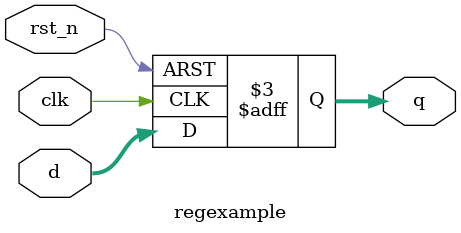
<source format=v>
module regexample (q, d, clk, rst_n);
	parameter Trst = 1,
	Tckq = 1,
	N = 4,
	NOT_USED =1;
	
	output [N-1:0] q;
	input [N-1:0] d;
	input clk, rst_n;
	reg [N-1:0] q;
	always @(posedge clk or negedge rst_n)
	if (!rst_n) q <= #Trst 0;
	else        q <= #Tckq d;
endmodule
</source>
